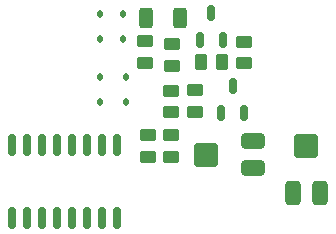
<source format=gtp>
G04 #@! TF.GenerationSoftware,KiCad,Pcbnew,7.0.11+dfsg-1build4*
G04 #@! TF.CreationDate,2025-07-05T19:07:05+02:00*
G04 #@! TF.ProjectId,25487,32353438-372e-46b6-9963-61645f706362,rev?*
G04 #@! TF.SameCoordinates,Original*
G04 #@! TF.FileFunction,Paste,Top*
G04 #@! TF.FilePolarity,Positive*
%FSLAX46Y46*%
G04 Gerber Fmt 4.6, Leading zero omitted, Abs format (unit mm)*
G04 Created by KiCad (PCBNEW 7.0.11+dfsg-1build4) date 2025-07-05 19:07:05*
%MOMM*%
%LPD*%
G01*
G04 APERTURE LIST*
G04 Aperture macros list*
%AMRoundRect*
0 Rectangle with rounded corners*
0 $1 Rounding radius*
0 $2 $3 $4 $5 $6 $7 $8 $9 X,Y pos of 4 corners*
0 Add a 4 corners polygon primitive as box body*
4,1,4,$2,$3,$4,$5,$6,$7,$8,$9,$2,$3,0*
0 Add four circle primitives for the rounded corners*
1,1,$1+$1,$2,$3*
1,1,$1+$1,$4,$5*
1,1,$1+$1,$6,$7*
1,1,$1+$1,$8,$9*
0 Add four rect primitives between the rounded corners*
20,1,$1+$1,$2,$3,$4,$5,0*
20,1,$1+$1,$4,$5,$6,$7,0*
20,1,$1+$1,$6,$7,$8,$9,0*
20,1,$1+$1,$8,$9,$2,$3,0*%
G04 Aperture macros list end*
%ADD10RoundRect,0.250000X-0.750000X0.400000X-0.750000X-0.400000X0.750000X-0.400000X0.750000X0.400000X0*%
%ADD11RoundRect,0.250000X-0.750000X0.750000X-0.750000X-0.750000X0.750000X-0.750000X0.750000X0.750000X0*%
%ADD12RoundRect,0.250000X-0.450000X0.262500X-0.450000X-0.262500X0.450000X-0.262500X0.450000X0.262500X0*%
%ADD13RoundRect,0.150000X0.150000X-0.512500X0.150000X0.512500X-0.150000X0.512500X-0.150000X-0.512500X0*%
%ADD14RoundRect,0.250000X0.450000X-0.262500X0.450000X0.262500X-0.450000X0.262500X-0.450000X-0.262500X0*%
%ADD15RoundRect,0.112500X0.112500X-0.187500X0.112500X0.187500X-0.112500X0.187500X-0.112500X-0.187500X0*%
%ADD16RoundRect,0.112500X-0.112500X0.187500X-0.112500X-0.187500X0.112500X-0.187500X0.112500X0.187500X0*%
%ADD17RoundRect,0.250000X0.400000X0.750000X-0.400000X0.750000X-0.400000X-0.750000X0.400000X-0.750000X0*%
%ADD18RoundRect,0.250000X0.750000X0.750000X-0.750000X0.750000X-0.750000X-0.750000X0.750000X-0.750000X0*%
%ADD19RoundRect,0.250000X-0.312500X-0.625000X0.312500X-0.625000X0.312500X0.625000X-0.312500X0.625000X0*%
%ADD20RoundRect,0.162500X0.162500X-0.750000X0.162500X0.750000X-0.162500X0.750000X-0.162500X-0.750000X0*%
%ADD21RoundRect,0.250000X-0.262500X-0.450000X0.262500X-0.450000X0.262500X0.450000X-0.262500X0.450000X0*%
G04 APERTURE END LIST*
D10*
X122250000Y-112100000D03*
D11*
X118250000Y-113250000D03*
D10*
X122250000Y-114400000D03*
D12*
X115300000Y-107837500D03*
X115300000Y-109662500D03*
D13*
X119550000Y-109737500D03*
X121450000Y-109737500D03*
X120500000Y-107462500D03*
D14*
X113300000Y-113412500D03*
X113300000Y-111587500D03*
D13*
X117750000Y-103537500D03*
X119650000Y-103537500D03*
X118700000Y-101262500D03*
D15*
X111500000Y-108800000D03*
X111500000Y-106700000D03*
D16*
X111200000Y-101350000D03*
X111200000Y-103450000D03*
D12*
X117300000Y-107787500D03*
X117300000Y-109612500D03*
D17*
X127900000Y-116500000D03*
D18*
X126750000Y-112500000D03*
D17*
X125600000Y-116500000D03*
D14*
X115300000Y-113412500D03*
X115300000Y-111587500D03*
D19*
X113137500Y-101700000D03*
X116062500Y-101700000D03*
D20*
X101805000Y-118587500D03*
X103075000Y-118587500D03*
X104345000Y-118587500D03*
X105615000Y-118587500D03*
X106885000Y-118587500D03*
X108155000Y-118587500D03*
X109425000Y-118587500D03*
X110695000Y-118587500D03*
X110695000Y-112412500D03*
X109425000Y-112412500D03*
X108155000Y-112412500D03*
X106885000Y-112412500D03*
X105615000Y-112412500D03*
X104345000Y-112412500D03*
X103075000Y-112412500D03*
X101805000Y-112412500D03*
D16*
X109250000Y-106700000D03*
X109250000Y-108800000D03*
D12*
X115362500Y-103887500D03*
X115362500Y-105712500D03*
D21*
X117787500Y-105400000D03*
X119612500Y-105400000D03*
D14*
X121500000Y-105512500D03*
X121500000Y-103687500D03*
D12*
X113112500Y-103637500D03*
X113112500Y-105462500D03*
D15*
X109250000Y-103450000D03*
X109250000Y-101350000D03*
M02*

</source>
